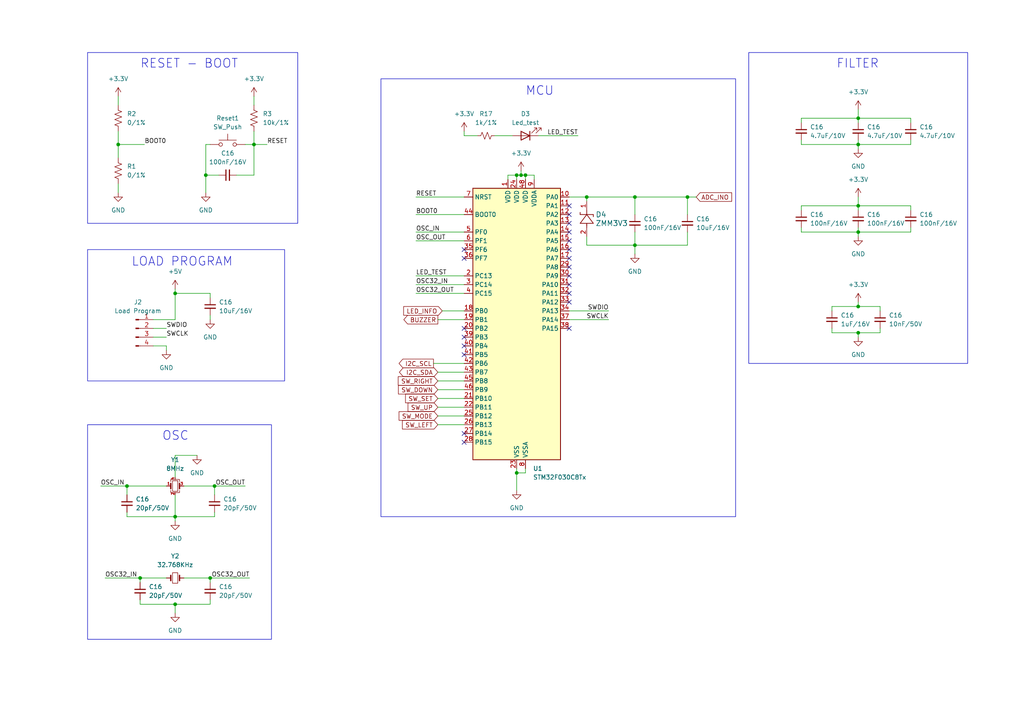
<source format=kicad_sch>
(kicad_sch (version 20230121) (generator eeschema)
  (paper "A4")
  (title_block (title "MCU") (date "2023-12-10"))
  (lib_symbols
    (symbol "Connector:Conn_01x04_Pin" (pin_names (offset 1.016) hide)
      (property "Reference" "J" (at 0 5.08 0))
      (property "Value" "Conn_01x04_Pin" (at 0 -7.62 0))
      (symbol "Conn_01x04_Pin_1_1"
        (polyline (pts (xy 1.27 -5.08) (xy 0.8636 -5.08)) (stroke (width 0.1524)))
        (polyline (pts (xy 1.27 -2.54) (xy 0.8636 -2.54)) (stroke (width 0.1524)))
        (polyline (pts (xy 1.27 0) (xy 0.8636 0)) (stroke (width 0.1524)))
        (polyline (pts (xy 1.27 2.54) (xy 0.8636 2.54)) (stroke (width 0.1524)))
        (rectangle (start 0.8636 -4.953) (end 0 -5.207) (stroke (width 0.1524)) (fill (type outline)))
        (rectangle (start 0.8636 -2.413) (end 0 -2.667) (stroke (width 0.1524)) (fill (type outline)))
        (rectangle (start 0.8636 0.127) (end 0 -0.127) (stroke (width 0.1524)) (fill (type outline)))
        (rectangle (start 0.8636 2.667) (end 0 2.413) (stroke (width 0.1524)) (fill (type outline)))
        (pin passive line (at 5.08 2.54 180) (length 3.81) (name "Pin_1") (number "1"))
        (pin passive line (at 5.08 0 180) (length 3.81) (name "Pin_2") (number "2"))
        (pin passive line (at 5.08 -2.54 180) (length 3.81) (name "Pin_3") (number "3"))
        (pin passive line (at 5.08 -5.08 180) (length 3.81) (name "Pin_4") (number "4"))
      )
    )
    (symbol "Device:C_Small" (pin_numbers hide) (pin_names (offset 0.254) hide)
      (property "Reference" "C" (at 0.254 1.778 0))
      (property "Value" "C_Small" (at 0.254 -2.032 0))
      (symbol "C_Small_0_1"
        (polyline (pts (xy -1.524 -0.508) (xy 1.524 -0.508)) (stroke (width 0.3302)))
        (polyline (pts (xy -1.524 0.508) (xy 1.524 0.508)) (stroke (width 0.3048)))
      )
      (symbol "C_Small_1_1"
        (pin passive line (at 0 2.54 270) (length 2.032) (name "~") (number "1"))
        (pin passive line (at 0 -2.54 90) (length 2.032) (name "~") (number "2"))
      )
    )
    (symbol "Device:Crystal_GND24_Small" (pin_names (offset 1.016) hide)
      (property "Reference" "Y" (at 1.27 4.445 0))
      (property "Value" "Crystal_GND24_Small" (at 1.27 2.54 0))
      (symbol "Crystal_GND24_Small_0_1"
        (rectangle (start -0.762 -1.524) (end 0.762 1.524))
        (polyline (pts (xy -1.27 -0.762) (xy -1.27 0.762)) (stroke (width 0.381)))
        (polyline (pts (xy 1.27 -0.762) (xy 1.27 0.762)) (stroke (width 0.381)))
        (polyline (pts (xy -1.27 -1.27) (xy -1.27 -1.905) (xy 1.27 -1.905) (xy 1.27 -1.27)))
        (polyline (pts (xy -1.27 1.27) (xy -1.27 1.905) (xy 1.27 1.905) (xy 1.27 1.27)))
      )
      (symbol "Crystal_GND24_Small_1_1"
        (pin passive line (at -2.54 0 0) (length 1.27) (name "1") (number "1"))
        (pin passive line (at 0 -2.54 90) (length 0.635) (name "2") (number "2"))
        (pin passive line (at 2.54 0 180) (length 1.27) (name "3") (number "3"))
        (pin passive line (at 0 2.54 270) (length 0.635) (name "4") (number "4"))
      )
    )
    (symbol "Device:Crystal_Small" (pin_numbers hide) (pin_names (offset 1.016) hide)
      (property "Reference" "Y" (at 0 2.54 0))
      (property "Value" "Crystal_Small" (at 0 -2.54 0))
      (symbol "Crystal_Small_0_1"
        (rectangle (start -0.762 -1.524) (end 0.762 1.524))
        (polyline (pts (xy -1.27 -0.762) (xy -1.27 0.762)) (stroke (width 0.381)))
        (polyline (pts (xy 1.27 -0.762) (xy 1.27 0.762)) (stroke (width 0.381)))
      )
      (symbol "Crystal_Small_1_1"
        (pin passive line (at -2.54 0 0) (length 1.27) (name "1") (number "1"))
        (pin passive line (at 2.54 0 180) (length 1.27) (name "2") (number "2"))
      )
    )
    (symbol "Device:LED" (pin_numbers hide) (pin_names (offset 1.016) hide)
      (property "Reference" "D" (at 0 2.54 0))
      (property "Value" "LED" (at 0 -2.54 0))
      (symbol "LED_0_1"
        (polyline (pts (xy -1.27 -1.27) (xy -1.27 1.27)) (stroke (width 0.254)))
        (polyline (pts (xy -1.27 0) (xy 1.27 0)))
        (polyline (pts (xy 1.27 -1.27) (xy 1.27 1.27) (xy -1.27 0) (xy 1.27 -1.27)) (stroke (width 0.254)))
        (polyline (pts (xy -3.048 -0.762) (xy -4.572 -2.286) (xy -3.81 -2.286) (xy -4.572 -2.286) (xy -4.572 -1.524)))
        (polyline (pts (xy -1.778 -0.762) (xy -3.302 -2.286) (xy -2.54 -2.286) (xy -3.302 -2.286) (xy -3.302 -1.524)))
      )
      (symbol "LED_1_1"
        (pin passive line (at -3.81 0 0) (length 2.54) (name "K") (number "1"))
        (pin passive line (at 3.81 0 180) (length 2.54) (name "A") (number "2"))
      )
    )
    (symbol "Device:R_Small_US" (pin_numbers hide) (pin_names (offset 0.254) hide)
      (property "Reference" "R" (at 0.762 0.508 0))
      (property "Value" "R_Small_US" (at 0.762 -1.016 0))
      (symbol "R_Small_US_1_1"
        (polyline (pts (xy 0 0) (xy 1.016 -0.381) (xy 0 -0.762) (xy -1.016 -1.143) (xy 0 -1.524)))
        (polyline (pts (xy 0 1.524) (xy 1.016 1.143) (xy 0 0.762) (xy -1.016 0.381) (xy 0 0)))
        (pin passive line (at 0 2.54 270) (length 1.016) (name "~") (number "1"))
        (pin passive line (at 0 -2.54 90) (length 1.016) (name "~") (number "2"))
      )
    )
    (symbol "Device:R_US" (pin_numbers hide) (pin_names (offset 0))
      (property "Reference" "R" (at 2.54 0 90))
      (property "Value" "R_US" (at -2.54 0 90))
      (symbol "R_US_0_1"
        (polyline (pts (xy 0 -2.286) (xy 0 -2.54)))
        (polyline (pts (xy 0 2.286) (xy 0 2.54)))
        (polyline (pts (xy 0 -0.762) (xy 1.016 -1.143) (xy 0 -1.524) (xy -1.016 -1.905) (xy 0 -2.286)))
        (polyline (pts (xy 0 0.762) (xy 1.016 0.381) (xy 0 0) (xy -1.016 -0.381) (xy 0 -0.762)))
        (polyline (pts (xy 0 2.286) (xy 1.016 1.905) (xy 0 1.524) (xy -1.016 1.143) (xy 0 0.762)))
      )
      (symbol "R_US_1_1"
        (pin passive line (at 0 3.81 270) (length 1.27) (name "~") (number "1"))
        (pin passive line (at 0 -3.81 90) (length 1.27) (name "~") (number "2"))
      )
    )
    (symbol "MCU_ST_STM32F0:STM32F030C8Tx"
      (property "Reference" "U" (at -12.7 41.91 0))
      (property "Value" "STM32F030C8Tx" (at 7.62 41.91 0))
      (symbol "STM32F030C8Tx_0_1"
        (rectangle (start -12.7 -38.1) (end 12.7 40.64) (stroke (width 0.254)) (fill (type background)))
      )
      (symbol "STM32F030C8Tx_1_1"
        (pin power_in line (at -2.54 43.18 270) (length 2.54) (name "VDD") (number "1"))
        (pin bidirectional line (at 15.24 38.1 180) (length 2.54) (name "PA0") (number "10"))
        (pin bidirectional line (at 15.24 35.56 180) (length 2.54) (name "PA1") (number "11"))
        (pin bidirectional line (at 15.24 33.02 180) (length 2.54) (name "PA2") (number "12"))
        (pin bidirectional line (at 15.24 30.48 180) (length 2.54) (name "PA3") (number "13"))
        (pin bidirectional line (at 15.24 27.94 180) (length 2.54) (name "PA4") (number "14"))
        (pin bidirectional line (at 15.24 25.4 180) (length 2.54) (name "PA5") (number "15"))
        (pin bidirectional line (at 15.24 22.86 180) (length 2.54) (name "PA6") (number "16"))
        (pin bidirectional line (at 15.24 20.32 180) (length 2.54) (name "PA7") (number "17"))
        (pin bidirectional line (at -15.24 5.08 0) (length 2.54) (name "PB0") (number "18"))
        (pin bidirectional line (at -15.24 2.54 0) (length 2.54) (name "PB1") (number "19"))
        (pin bidirectional line (at -15.24 15.24 0) (length 2.54) (name "PC13") (number "2"))
        (pin bidirectional line (at -15.24 0 0) (length 2.54) (name "PB2") (number "20"))
        (pin bidirectional line (at -15.24 -20.32 0) (length 2.54) (name "PB10") (number "21"))
        (pin bidirectional line (at -15.24 -22.86 0) (length 2.54) (name "PB11") (number "22"))
        (pin power_in line (at 0 -40.64 90) (length 2.54) (name "VSS") (number "23"))
        (pin power_in line (at 0 43.18 270) (length 2.54) (name "VDD") (number "24"))
        (pin bidirectional line (at -15.24 -25.4 0) (length 2.54) (name "PB12") (number "25"))
        (pin bidirectional line (at -15.24 -27.94 0) (length 2.54) (name "PB13") (number "26"))
        (pin bidirectional line (at -15.24 -30.48 0) (length 2.54) (name "PB14") (number "27"))
        (pin bidirectional line (at -15.24 -33.02 0) (length 2.54) (name "PB15") (number "28"))
        (pin bidirectional line (at 15.24 17.78 180) (length 2.54) (name "PA8") (number "29"))
        (pin bidirectional line (at -15.24 12.7 0) (length 2.54) (name "PC14") (number "3"))
        (pin bidirectional line (at 15.24 15.24 180) (length 2.54) (name "PA9") (number "30"))
        (pin bidirectional line (at 15.24 12.7 180) (length 2.54) (name "PA10") (number "31"))
        (pin bidirectional line (at 15.24 10.16 180) (length 2.54) (name "PA11") (number "32"))
        (pin bidirectional line (at 15.24 7.62 180) (length 2.54) (name "PA12") (number "33"))
        (pin bidirectional line (at 15.24 5.08 180) (length 2.54) (name "PA13") (number "34"))
        (pin bidirectional line (at -15.24 22.86 0) (length 2.54) (name "PF6") (number "35"))
        (pin bidirectional line (at -15.24 20.32 0) (length 2.54) (name "PF7") (number "36"))
        (pin bidirectional line (at 15.24 2.54 180) (length 2.54) (name "PA14") (number "37"))
        (pin bidirectional line (at 15.24 0 180) (length 2.54) (name "PA15") (number "38"))
        (pin bidirectional line (at -15.24 -2.54 0) (length 2.54) (name "PB3") (number "39"))
        (pin bidirectional line (at -15.24 10.16 0) (length 2.54) (name "PC15") (number "4"))
        (pin bidirectional line (at -15.24 -5.08 0) (length 2.54) (name "PB4") (number "40"))
        (pin bidirectional line (at -15.24 -7.62 0) (length 2.54) (name "PB5") (number "41"))
        (pin bidirectional line (at -15.24 -10.16 0) (length 2.54) (name "PB6") (number "42"))
        (pin bidirectional line (at -15.24 -12.7 0) (length 2.54) (name "PB7") (number "43"))
        (pin input line (at -15.24 33.02 0) (length 2.54) (name "BOOT0") (number "44"))
        (pin bidirectional line (at -15.24 -15.24 0) (length 2.54) (name "PB8") (number "45"))
        (pin bidirectional line (at -15.24 -17.78 0) (length 2.54) (name "PB9") (number "46"))
        (pin passive line (at 0 -40.64 90) (length 2.54) hide (name "VSS") (number "47"))
        (pin power_in line (at 2.54 43.18 270) (length 2.54) (name "VDD") (number "48"))
        (pin bidirectional line (at -15.24 27.94 0) (length 2.54) (name "PF0") (number "5"))
        (pin bidirectional line (at -15.24 25.4 0) (length 2.54) (name "PF1") (number "6"))
        (pin input line (at -15.24 38.1 0) (length 2.54) (name "NRST") (number "7"))
        (pin power_in line (at 2.54 -40.64 90) (length 2.54) (name "VSSA") (number "8"))
        (pin power_in line (at 5.08 43.18 270) (length 2.54) (name "VDDA") (number "9"))
      )
    )
    (symbol "Switch:SW_Push" (pin_numbers hide) (pin_names (offset 1.016) hide)
      (property "Reference" "SW" (at 1.27 2.54 0))
      (property "Value" "SW_Push" (at 0 -1.524 0))
      (symbol "SW_Push_0_1"
        (circle (center -2.032 0) (radius 0.508))
        (polyline (pts (xy 0 1.27) (xy 0 3.048)))
        (polyline (pts (xy 2.54 1.27) (xy -2.54 1.27)))
        (circle (center 2.032 0) (radius 0.508))
        (pin passive line (at -5.08 0 0) (length 2.54) (name "1") (number "1"))
        (pin passive line (at 5.08 0 180) (length 2.54) (name "2") (number "2"))
      )
    )
    (symbol "ZMM3V9_3V3:ZMM3V9" (pin_names (offset 0.254))
      (property "Reference" "D" (at 5.08 4.445 0))
      (property "Value" "ZMM3VX" (at 5.08 -3.81 0))
      (symbol "ZMM3V9_0_1"
        (polyline (pts (xy 2.54 0) (xy 3.4798 0)) (stroke (width 0.2032)))
        (polyline (pts (xy 3.175 0) (xy 3.81 0)) (stroke (width 0.2032)))
        (polyline (pts (xy 3.81 -1.905) (xy 6.35 0)) (stroke (width 0.2032)))
        (polyline (pts (xy 3.81 1.905) (xy 3.81 -1.905)) (stroke (width 0.2032)))
        (polyline (pts (xy 6.35 -1.905) (xy 5.715 -1.905)) (stroke (width 0.2032)))
        (polyline (pts (xy 6.35 -1.905) (xy 6.35 1.905)) (stroke (width 0.2032)))
        (polyline (pts (xy 6.35 0) (xy 3.81 1.905)) (stroke (width 0.2032)))
        (polyline (pts (xy 6.35 0) (xy 7.62 0)) (stroke (width 0.2032)))
        (polyline (pts (xy 6.35 1.905) (xy 6.985 1.905)) (stroke (width 0.2032)))
        (pin unspecified line (at 10.16 0 180) (length 2.54) (name "") (number "1"))
        (pin unspecified line (at 0 0 0) (length 2.54) (name "") (number "2"))
      )
    )
    (symbol "power:+3.3V" (power) (pin_names (offset 0))
      (property "Value" "+3.3V" (at 0 3.556 0))
      (symbol "+3.3V_0_1"
        (polyline (pts (xy -0.762 1.27) (xy 0 2.54)))
        (polyline (pts (xy 0 0) (xy 0 2.54)))
        (polyline (pts (xy 0 2.54) (xy 0.762 1.27)))
      )
      (symbol "+3.3V_1_1"
        (pin power_in line (at 0 0 90) (length 0) hide (name "+3.3V") (number "1"))
      )
    )
    (symbol "power:+5V" (power) (pin_names (offset 0))
      (property "Value" "+5V" (at 0 3.556 0))
      (symbol "+5V_0_1"
        (polyline (pts (xy -0.762 1.27) (xy 0 2.54)))
        (polyline (pts (xy 0 0) (xy 0 2.54)))
        (polyline (pts (xy 0 2.54) (xy 0.762 1.27)))
      )
      (symbol "+5V_1_1"
        (pin power_in line (at 0 0 90) (length 0) hide (name "+5V") (number "1"))
      )
    )
    (symbol "power:GND" (power) (pin_names (offset 0))
      (property "Value" "GND" (at 0 -3.81 0))
      (symbol "GND_0_1"
        (polyline (pts (xy 0 0) (xy 0 -1.27) (xy 1.27 -1.27) (xy 0 -2.54) (xy -1.27 -1.27) (xy 0 -1.27)))
      )
      (symbol "GND_1_1"
        (pin power_in line (at 0 0 270) (length 0) hide (name "GND") (number "1"))
      )
    )
  )
  (junction (at 59.69 50.8))
  (junction (at 50.8 175.26))
  (junction (at 73.66 41.91))
  (junction (at 184.15 71.12))
  (junction (at 248.92 67.31))
  (junction (at 199.39 57.15))
  (junction (at 60.96 167.64))
  (junction (at 248.92 59.69))
  (junction (at 248.92 88.9))
  (junction (at 50.8 149.86))
  (junction (at 152.4 50.8))
  (junction (at 149.86 137.16))
  (junction (at 40.64 167.64))
  (junction (at 34.29 41.91))
  (junction (at 62.23 140.97))
  (junction (at 36.83 140.97))
  (junction (at 248.92 96.52))
  (junction (at 248.92 41.91))
  (junction (at 248.92 34.29))
  (junction (at 170.18 57.15))
  (junction (at 151.13 50.8))
  (junction (at 50.8 85.09))
  (junction (at 149.86 50.8))
  (junction (at 184.15 57.15))
  (no_connect (at 165.1 95.25))
  (no_connect (at 134.62 95.25))
  (no_connect (at 134.62 125.73))
  (no_connect (at 165.1 64.77))
  (no_connect (at 134.62 97.79))
  (no_connect (at 165.1 74.93))
  (no_connect (at 165.1 62.23))
  (no_connect (at 165.1 80.01))
  (no_connect (at 134.62 74.93))
  (no_connect (at 165.1 59.69))
  (no_connect (at 134.62 100.33))
  (no_connect (at 134.62 102.87))
  (no_connect (at 165.1 82.55))
  (no_connect (at 165.1 72.39))
  (no_connect (at 165.1 85.09))
  (no_connect (at 165.1 77.47))
  (no_connect (at 134.62 72.39))
  (no_connect (at 165.1 67.31))
  (no_connect (at 165.1 69.85))
  (no_connect (at 134.62 128.27))
  (no_connect (at 165.1 87.63))
  (wire (pts (xy 48.26 100.33) (xy 44.45 100.33)))
  (wire (pts (xy 248.92 87.63) (xy 248.92 88.9)))
  (wire (pts (xy 127 118.11) (xy 134.62 118.11)))
  (wire (pts (xy 134.62 39.37) (xy 138.43 39.37)))
  (wire (pts (xy 120.65 67.31) (xy 134.62 67.31)))
  (wire (pts (xy 60.96 167.64) (xy 60.96 168.91)))
  (wire (pts (xy 73.66 27.94) (xy 73.66 30.48)))
  (wire (pts (xy 127 113.03) (xy 134.62 113.03)))
  (wire (pts (xy 34.29 41.91) (xy 34.29 45.72)))
  (wire (pts (xy 120.65 57.15) (xy 134.62 57.15)))
  (wire (pts (xy 73.66 41.91) (xy 77.47 41.91)))
  (wire (pts (xy 60.96 86.36) (xy 60.96 85.09)))
  (wire (pts (xy 248.92 41.91) (xy 248.92 43.18)))
  (wire (pts (xy 50.8 143.51) (xy 50.8 149.86)))
  (wire (pts (xy 248.92 67.31) (xy 248.92 68.58)))
  (wire (pts (xy 36.83 148.59) (xy 36.83 149.86)))
  (wire (pts (xy 73.66 50.8) (xy 73.66 41.91)))
  (wire (pts (xy 248.92 31.75) (xy 248.92 34.29)))
  (wire (pts (xy 50.8 175.26) (xy 60.96 175.26)))
  (wire (pts (xy 232.41 66.04) (xy 232.41 67.31)))
  (wire (pts (xy 241.3 95.25) (xy 241.3 96.52)))
  (wire (pts (xy 184.15 67.31) (xy 184.15 71.12)))
  (wire (pts (xy 232.41 67.31) (xy 248.92 67.31)))
  (wire (pts (xy 127 115.57) (xy 134.62 115.57)))
  (wire (pts (xy 184.15 57.15) (xy 199.39 57.15)))
  (wire (pts (xy 120.65 69.85) (xy 134.62 69.85)))
  (wire (pts (xy 248.92 96.52) (xy 248.92 97.79)))
  (wire (pts (xy 264.16 34.29) (xy 264.16 35.56)))
  (wire (pts (xy 60.96 175.26) (xy 60.96 173.99)))
  (wire (pts (xy 40.64 173.99) (xy 40.64 175.26)))
  (wire (pts (xy 68.58 50.8) (xy 73.66 50.8)))
  (wire (pts (xy 241.3 88.9) (xy 248.92 88.9)))
  (wire (pts (xy 232.41 35.56) (xy 232.41 34.29)))
  (wire (pts (xy 50.8 83.82) (xy 50.8 85.09)))
  (wire (pts (xy 34.29 27.94) (xy 34.29 30.48)))
  (wire (pts (xy 149.86 50.8) (xy 149.86 52.07)))
  (wire (pts (xy 255.27 95.25) (xy 255.27 96.52)))
  (wire (pts (xy 248.92 59.69) (xy 248.92 60.96)))
  (wire (pts (xy 120.65 82.55) (xy 134.62 82.55)))
  (wire (pts (xy 147.32 52.07) (xy 147.32 50.8)))
  (wire (pts (xy 232.41 34.29) (xy 248.92 34.29)))
  (wire (pts (xy 152.4 137.16) (xy 149.86 137.16)))
  (wire (pts (xy 128.27 90.17) (xy 134.62 90.17)))
  (wire (pts (xy 149.86 50.8) (xy 151.13 50.8)))
  (wire (pts (xy 170.18 71.12) (xy 184.15 71.12)))
  (wire (pts (xy 184.15 71.12) (xy 199.39 71.12)))
  (wire (pts (xy 62.23 140.97) (xy 62.23 143.51)))
  (wire (pts (xy 248.92 96.52) (xy 255.27 96.52)))
  (wire (pts (xy 147.32 50.8) (xy 149.86 50.8)))
  (wire (pts (xy 248.92 57.15) (xy 248.92 59.69)))
  (wire (pts (xy 50.8 138.43) (xy 50.8 132.08)))
  (wire (pts (xy 30.48 167.64) (xy 40.64 167.64)))
  (wire (pts (xy 165.1 57.15) (xy 170.18 57.15)))
  (wire (pts (xy 127 92.71) (xy 134.62 92.71)))
  (wire (pts (xy 120.65 85.09) (xy 134.62 85.09)))
  (wire (pts (xy 71.12 41.91) (xy 73.66 41.91)))
  (wire (pts (xy 241.3 90.17) (xy 241.3 88.9)))
  (wire (pts (xy 127 110.49) (xy 134.62 110.49)))
  (wire (pts (xy 151.13 49.53) (xy 151.13 50.8)))
  (wire (pts (xy 232.41 59.69) (xy 248.92 59.69)))
  (wire (pts (xy 44.45 95.25) (xy 48.26 95.25)))
  (wire (pts (xy 170.18 57.15) (xy 184.15 57.15)))
  (wire (pts (xy 59.69 50.8) (xy 59.69 41.91)))
  (wire (pts (xy 199.39 67.31) (xy 199.39 71.12)))
  (wire (pts (xy 248.92 34.29) (xy 264.16 34.29)))
  (wire (pts (xy 199.39 57.15) (xy 199.39 62.23)))
  (wire (pts (xy 184.15 57.15) (xy 184.15 62.23)))
  (wire (pts (xy 40.64 175.26) (xy 50.8 175.26)))
  (wire (pts (xy 50.8 85.09) (xy 60.96 85.09)))
  (wire (pts (xy 232.41 41.91) (xy 248.92 41.91)))
  (wire (pts (xy 48.26 101.6) (xy 48.26 100.33)))
  (wire (pts (xy 248.92 34.29) (xy 248.92 35.56)))
  (wire (pts (xy 120.65 80.01) (xy 134.62 80.01)))
  (wire (pts (xy 53.34 167.64) (xy 60.96 167.64)))
  (wire (pts (xy 29.21 140.97) (xy 36.83 140.97)))
  (wire (pts (xy 62.23 149.86) (xy 50.8 149.86)))
  (wire (pts (xy 165.1 92.71) (xy 176.53 92.71)))
  (wire (pts (xy 151.13 50.8) (xy 152.4 50.8)))
  (wire (pts (xy 232.41 60.96) (xy 232.41 59.69)))
  (wire (pts (xy 170.18 68.58) (xy 170.18 71.12)))
  (wire (pts (xy 59.69 55.88) (xy 59.69 50.8)))
  (wire (pts (xy 149.86 135.89) (xy 149.86 137.16)))
  (wire (pts (xy 184.15 71.12) (xy 184.15 73.66)))
  (wire (pts (xy 50.8 149.86) (xy 50.8 151.13)))
  (wire (pts (xy 152.4 50.8) (xy 152.4 52.07)))
  (wire (pts (xy 152.4 135.89) (xy 152.4 137.16)))
  (wire (pts (xy 44.45 97.79) (xy 48.26 97.79)))
  (wire (pts (xy 50.8 132.08) (xy 57.15 132.08)))
  (wire (pts (xy 40.64 168.91) (xy 40.64 167.64)))
  (wire (pts (xy 34.29 38.1) (xy 34.29 41.91)))
  (wire (pts (xy 127 120.65) (xy 134.62 120.65)))
  (wire (pts (xy 167.64 39.37) (xy 156.21 39.37)))
  (wire (pts (xy 120.65 62.23) (xy 134.62 62.23)))
  (wire (pts (xy 60.96 91.44) (xy 60.96 92.71)))
  (wire (pts (xy 152.4 50.8) (xy 154.94 50.8)))
  (wire (pts (xy 248.92 66.04) (xy 248.92 67.31)))
  (wire (pts (xy 50.8 85.09) (xy 50.8 92.71)))
  (wire (pts (xy 264.16 41.91) (xy 264.16 40.64)))
  (wire (pts (xy 40.64 167.64) (xy 48.26 167.64)))
  (wire (pts (xy 71.12 140.97) (xy 62.23 140.97)))
  (wire (pts (xy 264.16 59.69) (xy 264.16 60.96)))
  (wire (pts (xy 248.92 88.9) (xy 255.27 88.9)))
  (wire (pts (xy 59.69 50.8) (xy 63.5 50.8)))
  (wire (pts (xy 149.86 137.16) (xy 149.86 142.24)))
  (wire (pts (xy 241.3 96.52) (xy 248.92 96.52)))
  (wire (pts (xy 248.92 59.69) (xy 264.16 59.69)))
  (wire (pts (xy 73.66 38.1) (xy 73.66 41.91)))
  (wire (pts (xy 248.92 40.64) (xy 248.92 41.91)))
  (wire (pts (xy 125.73 105.41) (xy 134.62 105.41)))
  (wire (pts (xy 36.83 149.86) (xy 50.8 149.86)))
  (wire (pts (xy 154.94 50.8) (xy 154.94 52.07)))
  (wire (pts (xy 143.51 39.37) (xy 148.59 39.37)))
  (wire (pts (xy 134.62 38.1) (xy 134.62 39.37)))
  (wire (pts (xy 36.83 143.51) (xy 36.83 140.97)))
  (wire (pts (xy 34.29 53.34) (xy 34.29 55.88)))
  (wire (pts (xy 248.92 67.31) (xy 264.16 67.31)))
  (wire (pts (xy 170.18 58.42) (xy 170.18 57.15)))
  (wire (pts (xy 127 123.19) (xy 134.62 123.19)))
  (wire (pts (xy 264.16 67.31) (xy 264.16 66.04)))
  (wire (pts (xy 199.39 57.15) (xy 201.93 57.15)))
  (wire (pts (xy 72.39 167.64) (xy 60.96 167.64)))
  (wire (pts (xy 36.83 140.97) (xy 48.26 140.97)))
  (wire (pts (xy 50.8 175.26) (xy 50.8 177.8)))
  (wire (pts (xy 53.34 140.97) (xy 62.23 140.97)))
  (wire (pts (xy 248.92 41.91) (xy 264.16 41.91)))
  (wire (pts (xy 59.69 41.91) (xy 60.96 41.91)))
  (wire (pts (xy 127 107.95) (xy 134.62 107.95)))
  (wire (pts (xy 50.8 92.71) (xy 44.45 92.71)))
  (wire (pts (xy 62.23 148.59) (xy 62.23 149.86)))
  (wire (pts (xy 165.1 90.17) (xy 176.53 90.17)))
  (wire (pts (xy 232.41 40.64) (xy 232.41 41.91)))
  (wire (pts (xy 34.29 41.91) (xy 41.91 41.91)))
  (wire (pts (xy 255.27 88.9) (xy 255.27 90.17)))
  (rectangle (start 25.4 123.19) (end 78.74 185.42))
  (rectangle (start 110.49 22.86) (end 213.36 149.86))
  (rectangle (start 25.4 72.39) (end 82.55 110.49))
  (rectangle (start 217.17 15.24) (end 280.67 105.41))
  (rectangle (start 25.4 15.24) (end 86.36 64.77))
  (text "RESET - BOOT\n\n" (at 40.64 24.13 0) (effects (font (size 2.54 2.54)) (justify left bottom)))
  (text "FILTER\n\n" (at 242.57 24.13 0) (effects (font (size 2.54 2.54)) (justify left bottom)))
  (text "MCU\n" (at 152.4 27.94 0) (effects (font (size 2.54 2.54)) (justify left bottom)))
  (text "LOAD PROGRAM" (at 38.1 77.47 0) (effects (font (size 2.54 2.54)) (justify left bottom)))
  (text "OSC\n\n" (at 46.99 132.08 0) (effects (font (size 2.54 2.54)) (justify left bottom)))
  (label "LED_TEST" (at 167.64 39.37 180))
  (label "OSC32_OUT" (at 120.65 85.09 0))
  (label "OSC_OUT" (at 71.12 140.97 180))
  (label "SWCLK" (at 176.53 92.71 180))
  (label "BOOT0" (at 41.91 41.91 0))
  (label "RESET" (at 120.65 57.15 0))
  (label "RESET" (at 77.47 41.91 0))
  (label "BOOT0" (at 120.65 62.23 0))
  (label "SWCLK" (at 48.26 97.79 0))
  (label "OSC_OUT" (at 120.65 69.85 0))
  (label "SWDIO" (at 176.53 90.17 180))
  (label "OSC32_IN" (at 30.48 167.64 0))
  (label "SWDIO" (at 48.26 95.25 0))
  (label "OSC32_OUT" (at 72.39 167.64 180))
  (label "OSC_IN" (at 29.21 140.97 0))
  (label "OSC_IN" (at 120.65 67.31 0))
  (label "LED_TEST" (at 120.65 80.01 0))
  (label "OSC32_IN" (at 120.65 82.55 0))
  (global_label "I2C_SCL" (shape output) (at 125.73 105.41 180) (property "Intersheetrefs" "${INTERSHEET_REFS}" (effects hide)))
  (global_label "I2C_SDA" (shape bidirectional) (at 127 107.95 180) (property "Intersheetrefs" "${INTERSHEET_REFS}" (effects hide)))
  (global_label "BUZZER" (shape output) (at 127 92.71 180) (property "Intersheetrefs" "${INTERSHEET_REFS}" (effects hide)))
  (global_label "LED_INFO" (shape input) (at 128.27 90.17 180) (property "Intersheetrefs" "${INTERSHEET_REFS}" (effects hide)))
  (global_label "SW_MODE" (shape input) (at 127 120.65 180) (property "Intersheetrefs" "${INTERSHEET_REFS}" (effects hide)))
  (global_label "SW_SET" (shape input) (at 127 115.57 180) (property "Intersheetrefs" "${INTERSHEET_REFS}" (effects hide)))
  (global_label "ADC_INO" (shape input) (at 201.93 57.15 0) (property "Intersheetrefs" "${INTERSHEET_REFS}" (effects hide)))
  (global_label "SW_DOWN" (shape input) (at 127 113.03 180) (property "Intersheetrefs" "${INTERSHEET_REFS}" (effects hide)))
  (global_label "SW_RIGHT" (shape input) (at 127 110.49 180) (property "Intersheetrefs" "${INTERSHEET_REFS}" (effects hide)))
  (global_label "SW_UP" (shape input) (at 127 118.11 180) (property "Intersheetrefs" "${INTERSHEET_REFS}" (effects hide)))
  (global_label "SW_LEFT" (shape input) (at 127 123.19 180) (property "Intersheetrefs" "${INTERSHEET_REFS}" (effects hide)))
  (symbol (lib_id "Device:C_Small") (at 248.92 38.1 0) (unit 1)
    (property "Reference" "C16" (at 251.46 36.8363 0) (effects (justify left)))
    (property "Value" "4.7uF/10V" (at 251.46 39.3763 0) (effects (justify left)))
    (property "Footprint" "Capacitor_SMD:C_0603_1608Metric_Pad1.08x0.95mm_HandSolder" (effects hide))
    (property "URL" "https://www.thegioiic.com/tu-gom-0603-4-7uf-10v" (effects hide))
    (instances (project "Brightness_Meter" (path "" (reference "C16") (unit 1)) (path "" (reference "C20") (unit 1))))
  )
  (symbol (lib_id "Device:R_Small_US") (at 140.97 39.37 90) (unit 1)
    (property "Reference" "R17" (at 140.97 33.02 90))
    (property "Value" "1k/1%" (at 140.97 35.56 90))
    (property "Footprint" "Resistor_SMD:R_0603_1608Metric_Pad0.98x0.95mm_HandSolder" (effects hide))
    (property "URL" "https://www.thegioiic.com/dien-tro-1-kohm-0603-1-" (effects hide))
    (instances (project "Brightness_Meter" (path "" (reference "R17") (unit 1)) (path "" (reference "R20") (unit 1))))
  )
  (symbol (lib_id "Connector:Conn_01x04_Pin") (at 39.37 95.25 0) (unit 1)
    (property "Reference" "J2" (at 40.005 87.63 0))
    (property "Value" "Load Program" (at 40.005 90.17 0))
    (property "Footprint" "Connector_PinHeader_2.54mm:PinHeader_1x04_P2.54mm_Vertical" (effects hide))
  )
  (symbol (lib_id "power:+3.3V") (at 151.13 49.53 0) (unit 1)
    (property "Reference" "#PWR045" (effects hide))
    (property "Value" "+3.3V" (at 151.13 44.45 0))
  )
  (symbol (lib_id "power:GND") (at 57.15 132.08 0) (unit 1)
    (property "Reference" "#PWR038" (effects hide))
    (property "Value" "GND" (at 57.15 137.16 0))
  )
  (symbol (lib_id "power:GND") (at 248.92 97.79 0) (unit 1)
    (property "Reference" "#PWR041" (effects hide))
    (property "Value" "GND" (at 248.92 102.87 0))
  )
  (symbol (lib_id "Device:C_Small") (at 60.96 171.45 0) (unit 1)
    (property "Reference" "C16" (at 63.5 170.1863 0) (effects (justify left)))
    (property "Value" "20pF/50V" (at 63.5 172.7263 0) (effects (justify left)))
    (property "Footprint" "Capacitor_SMD:C_0603_1608Metric_Pad1.08x0.95mm_HandSolder" (effects hide))
    (property "URL" "https://www.thegioiic.com/tu-gom-0603-20pf-50v" (effects hide))
    (instances (project "Brightness_Meter" (path "" (reference "C16") (unit 1)) (path "" (reference "C29") (unit 1))))
  )
  (symbol (lib_id "power:+5V") (at 50.8 83.82 0) (unit 1)
    (property "Reference" "#PWR046" (effects hide))
    (property "Value" "+5V" (at 50.8 78.74 0))
  )
  (symbol (lib_id "Device:C_Small") (at 232.41 38.1 0) (unit 1)
    (property "Reference" "C16" (at 234.95 36.8363 0) (effects (justify left)))
    (property "Value" "4.7uF/10V" (at 234.95 39.3763 0) (effects (justify left)))
    (property "Footprint" "Capacitor_SMD:C_0603_1608Metric_Pad1.08x0.95mm_HandSolder" (effects hide))
    (property "URL" "https://www.thegioiic.com/tu-gom-0603-4-7uf-10v" (effects hide))
    (instances (project "Brightness_Meter" (path "" (reference "C16") (unit 1)) (path "" (reference "C18") (unit 1))))
  )
  (symbol (lib_id "Device:R_US") (at 34.29 34.29 0) (unit 1)
    (property "Reference" "R2" (at 36.83 33.02 0) (effects (justify left)))
    (property "Value" "0/1%" (at 36.83 35.56 0) (effects (justify left)))
    (property "Footprint" "Resistor_SMD:R_0603_1608Metric_Pad0.98x0.95mm_HandSolder" (effects hide))
    (property "URL" "https://www.thegioiic.com/dien-tro-0-ohm-0603-1-" (effects hide))
  )
  (symbol (lib_id "Device:C_Small") (at 264.16 38.1 0) (unit 1)
    (property "Reference" "C16" (at 266.7 36.8363 0) (effects (justify left)))
    (property "Value" "4.7uF/10V" (at 266.7 39.3763 0) (effects (justify left)))
    (property "Footprint" "Capacitor_SMD:C_0603_1608Metric_Pad1.08x0.95mm_HandSolder" (effects hide))
    (property "URL" "https://www.thegioiic.com/tu-gom-0603-4-7uf-10v" (effects hide))
    (instances (project "Brightness_Meter" (path "" (reference "C16") (unit 1)) (path "" (reference "C22") (unit 1))))
  )
  (symbol (lib_id "power:GND") (at 184.15 73.66 0) (unit 1)
    (property "Reference" "#PWR066" (effects hide))
    (property "Value" "GND" (at 184.15 78.74 0))
  )
  (symbol (lib_id "Device:C_Small") (at 248.92 63.5 0) (unit 1)
    (property "Reference" "C16" (at 251.46 62.2363 0) (effects (justify left)))
    (property "Value" "100nF/16V" (at 251.46 64.7763 0) (effects (justify left)))
    (property "Footprint" "Capacitor_SMD:C_0603_1608Metric_Pad1.08x0.95mm_HandSolder" (effects hide))
    (property "URL" "https://www.thegioiic.com/tu-gom-0603-100nf-0-1uf-16v" (effects hide))
    (instances (project "Brightness_Meter" (path "" (reference "C16") (unit 1)) (path "" (reference "C21") (unit 1))))
  )
  (symbol (lib_id "MCU_ST_STM32F0:STM32F030C8Tx") (at 149.86 95.25 0) (unit 1)
    (property "Reference" "U1" (at 154.5941 135.89 0) (effects (justify left)))
    (property "Value" "STM32F030C8Tx" (at 154.5941 138.43 0) (effects (justify left)))
    (property "Footprint" "Package_QFP:LQFP-48_7x7mm_P0.5mm" (effects hide))
    (property "Datasheet" "https://www.st.com/resource/en/datasheet/stm32f030c8.pdf" (effects hide))
  )
  (symbol (lib_id "power:+3.3V") (at 248.92 57.15 0) (unit 1)
    (property "Reference" "#PWR042" (effects hide))
    (property "Value" "+3.3V" (at 248.92 52.07 0))
  )
  (symbol (lib_id "Device:C_Small") (at 232.41 63.5 0) (unit 1)
    (property "Reference" "C16" (at 234.95 62.2363 0) (effects (justify left)))
    (property "Value" "100nF/16V" (at 234.95 64.7763 0) (effects (justify left)))
    (property "Footprint" "Capacitor_SMD:C_0603_1608Metric_Pad1.08x0.95mm_HandSolder" (effects hide))
    (property "URL" "https://www.thegioiic.com/tu-gom-0603-100nf-0-1uf-16v" (effects hide))
    (instances (project "Brightness_Meter" (path "" (reference "C16") (unit 1)) (path "" (reference "C19") (unit 1))))
  )
  (symbol (lib_id "Device:C_Small") (at 264.16 63.5 0) (unit 1)
    (property "Reference" "C16" (at 266.7 62.2363 0) (effects (justify left)))
    (property "Value" "100nF/16V" (at 266.7 64.7763 0) (effects (justify left)))
    (property "Footprint" "Capacitor_SMD:C_0603_1608Metric_Pad1.08x0.95mm_HandSolder" (effects hide))
    (property "URL" "https://www.thegioiic.com/tu-gom-0603-100nf-0-1uf-16v" (effects hide))
    (instances (project "Brightness_Meter" (path "" (reference "C16") (unit 1)) (path "" (reference "C23") (unit 1))))
  )
  (symbol (lib_id "power:+3.3V") (at 73.66 27.94 0) (unit 1)
    (property "Reference" "#PWR08" (effects hide))
    (property "Value" "+3.3V" (at 73.66 22.86 0))
  )
  (symbol (lib_id "Device:R_US") (at 34.29 49.53 0) (unit 1)
    (property "Reference" "R1" (at 36.83 48.26 0) (effects (justify left)))
    (property "Value" "0/1%" (at 36.83 50.8 0) (effects (justify left)))
    (property "Footprint" "Resistor_SMD:R_0603_1608Metric_Pad0.98x0.95mm_HandSolder" (effects hide))
    (property "URL" "https://www.thegioiic.com/dien-tro-0-ohm-0603-1-" (effects hide))
  )
  (symbol (lib_id "Device:C_Small") (at 241.3 92.71 0) (unit 1)
    (property "Reference" "C16" (at 243.84 91.4463 0) (effects (justify left)))
    (property "Value" "1uF/16V" (at 243.84 93.9863 0) (effects (justify left)))
    (property "Footprint" "Capacitor_SMD:C_0603_1608Metric_Pad1.08x0.95mm_HandSolder" (effects hide))
    (property "URL" "https://www.thegioiic.com/tu-gom-0603-1uf-16v" (effects hide))
    (instances (project "Brightness_Meter" (path "" (reference "C16") (unit 1)) (path "" (reference "C24") (unit 1))))
  )
  (symbol (lib_id "power:GND") (at 34.29 55.88 0) (unit 1)
    (property "Reference" "#PWR07" (effects hide))
    (property "Value" "GND" (at 34.29 60.96 0))
  )
  (symbol (lib_id "Device:Crystal_Small") (at 50.8 167.64 0) (unit 1)
    (property "Reference" "Y2" (at 50.8 161.29 0))
    (property "Value" "32.768KHz" (at 50.8 163.83 0))
    (property "Footprint" "Crystal:Crystal_SMD_3215-2Pin_3.2x1.5mm" (effects hide))
    (property "URL" "https://www.thegioiic.com/thach-anh-32-768khz-c3215" (effects hide))
  )
  (symbol (lib_id "power:+3.3V") (at 248.92 87.63 0) (unit 1)
    (property "Reference" "#PWR040" (effects hide))
    (property "Value" "+3.3V" (at 248.92 82.55 0))
  )
  (symbol (lib_id "power:+3.3V") (at 248.92 31.75 0) (unit 1)
    (property "Reference" "#PWR039" (effects hide))
    (property "Value" "+3.3V" (at 248.92 26.67 0))
  )
  (symbol (lib_id "Device:C_Small") (at 184.15 64.77 0) (unit 1)
    (property "Reference" "C16" (at 186.69 63.5063 0) (effects (justify left)))
    (property "Value" "100nF/16V" (at 186.69 66.0463 0) (effects (justify left)))
    (property "Footprint" "Capacitor_SMD:C_0603_1608Metric_Pad1.08x0.95mm_HandSolder" (effects hide))
    (property "URL" "https://www.thegioiic.com/tu-gom-0603-100nf-0-1uf-16v" (effects hide))
    (instances (project "Brightness_Meter" (path "" (reference "C16") (unit 1)) (path "" (reference "C52") (unit 1))))
  )
  (symbol (lib_id "Device:C_Small") (at 62.23 146.05 0) (unit 1)
    (property "Reference" "C16" (at 64.77 144.7863 0) (effects (justify left)))
    (property "Value" "20pF/50V" (at 64.77 147.3263 0) (effects (justify left)))
    (property "Footprint" "Capacitor_SMD:C_0603_1608Metric_Pad1.08x0.95mm_HandSolder" (effects hide))
    (property "URL" "https://www.thegioiic.com/tu-gom-0603-20pf-50v" (effects hide))
    (instances (project "Brightness_Meter" (path "" (reference "C16") (unit 1)) (path "" (reference "C27") (unit 1))))
  )
  (symbol (lib_id "power:GND") (at 59.69 55.88 0) (unit 1)
    (property "Reference" "#PWR09" (effects hide))
    (property "Value" "GND" (at 59.69 60.96 0))
  )
  (symbol (lib_id "power:GND") (at 50.8 177.8 0) (unit 1)
    (property "Reference" "#PWR049" (effects hide))
    (property "Value" "GND" (at 50.8 182.88 0))
  )
  (symbol (lib_id "power:GND") (at 48.26 101.6 0) (unit 1)
    (property "Reference" "#PWR047" (effects hide))
    (property "Value" "GND" (at 48.26 106.68 0))
  )
  (symbol (lib_id "Device:C_Small") (at 255.27 92.71 0) (unit 1)
    (property "Reference" "C16" (at 257.81 91.4463 0) (effects (justify left)))
    (property "Value" "10nF/50V" (at 257.81 93.9863 0) (effects (justify left)))
    (property "Footprint" "Capacitor_SMD:C_0603_1608Metric_Pad1.08x0.95mm_HandSolder" (effects hide))
    (property "URL" "https://www.thegioiic.com/tu-gom-0603-10nf-50v" (effects hide))
    (instances (project "Brightness_Meter" (path "" (reference "C16") (unit 1)) (path "" (reference "C25") (unit 1))))
  )
  (symbol (lib_id "Device:C_Small") (at 60.96 88.9 0) (unit 1)
    (property "Reference" "C16" (at 63.5 87.6363 0) (effects (justify left)))
    (property "Value" "10uF/16V" (at 63.5 90.1763 0) (effects (justify left)))
    (property "Footprint" "Capacitor_SMD:C_0603_1608Metric_Pad1.08x0.95mm_HandSolder" (effects hide))
    (property "URL" "https://www.thegioiic.com/tu-gom-0603-10uf-16v" (effects hide))
    (instances (project "Brightness_Meter" (path "" (reference "C16") (unit 1)) (path "" (reference "C26") (unit 1))))
  )
  (symbol (lib_id "power:+3.3V") (at 34.29 27.94 0) (unit 1)
    (property "Reference" "#PWR06" (effects hide))
    (property "Value" "+3.3V" (at 34.29 22.86 0))
  )
  (symbol (lib_id "power:GND") (at 149.86 142.24 0) (unit 1)
    (property "Reference" "#PWR05" (effects hide))
    (property "Value" "GND" (at 149.86 147.32 0))
  )
  (symbol (lib_id "power:+3.3V") (at 134.62 38.1 0) (unit 1)
    (property "Reference" "#PWR050" (effects hide))
    (property "Value" "+3.3V" (at 134.62 33.02 0))
  )
  (symbol (lib_id "power:GND") (at 60.96 92.71 0) (unit 1)
    (property "Reference" "#PWR048" (effects hide))
    (property "Value" "GND" (at 60.96 97.79 0))
  )
  (symbol (lib_id "ZMM3V9_3V3:ZMM3V9") (at 170.18 68.58 90) (unit 1)
    (property "Reference" "D4" (at 172.72 62.23 90) (effects (font (size 1.524 1.524)) (justify right)))
    (property "Value" "ZMM3V3" (at 172.72 64.77 90) (effects (font (size 1.524 1.524)) (justify right)))
    (property "Footprint" "ZMM3V9_3V3:ZDO_ZMM_3p5x1p45_STM" (effects hide))
    (property "URL" "https://www.thegioiic.com/zmm3v3-diode-zener-3-3v-500mw-smd" (effects hide))
  )
  (symbol (lib_id "Device:C_Small") (at 66.04 50.8 90) (unit 1)
    (property "Reference" "C16" (at 66.0463 44.45 90))
    (property "Value" "100nF/16V" (at 66.0463 46.99 90))
    (property "Footprint" "Capacitor_SMD:C_0603_1608Metric_Pad1.08x0.95mm_HandSolder" (effects hide))
    (property "URL" "https://www.thegioiic.com/tu-gom-0603-100nf-0-1uf-16v" (effects hide))
    (instances (project "Brightness_Meter" (path "" (reference "C16") (unit 1)) (path "" (reference "C50") (unit 1))))
  )
  (symbol (lib_id "Device:C_Small") (at 199.39 64.77 0) (unit 1)
    (property "Reference" "C16" (at 201.93 63.5063 0) (effects (justify left)))
    (property "Value" "10uF/16V" (at 201.93 66.0463 0) (effects (justify left)))
    (property "Footprint" "Capacitor_SMD:C_0603_1608Metric_Pad1.08x0.95mm_HandSolder" (effects hide))
    (property "URL" "https://www.thegioiic.com/tu-gom-0603-10uf-16v" (effects hide))
    (instances (project "Brightness_Meter" (path "" (reference "C16") (unit 1)) (path "" (reference "C51") (unit 1))))
  )
  (symbol (lib_id "power:GND") (at 248.92 68.58 0) (unit 1)
    (property "Reference" "#PWR043" (effects hide))
    (property "Value" "GND" (at 248.92 73.66 0))
  )
  (symbol (lib_id "Device:LED") (at 152.4 39.37 180) (unit 1)
    (property "Reference" "D3" (at 152.4 33.02 0))
    (property "Value" "Led_test" (at 152.4 35.56 0))
    (property "Footprint" "LED_SMD:LED_0805_2012Metric_Pad1.15x1.40mm_HandSolder" (effects hide))
    (property "URL" "https://www.thegioiic.com/led-xanh-duong-0805-dan-smd-trong-suot-harvatek" (effects hide))
    (instances (project "Brightness_Meter" (path "" (reference "D3") (unit 1)) (path "" (reference "D6") (unit 1))))
  )
  (symbol (lib_id "power:GND") (at 248.92 43.18 0) (unit 1)
    (property "Reference" "#PWR044" (effects hide))
    (property "Value" "GND" (at 248.92 48.26 0))
  )
  (symbol (lib_id "Device:R_US") (at 73.66 34.29 0) (unit 1)
    (property "Reference" "R3" (at 76.2 33.02 0) (effects (justify left)))
    (property "Value" "10k/1%" (at 76.2 35.56 0) (effects (justify left)))
    (property "Footprint" "Resistor_SMD:R_0603_1608Metric_Pad0.98x0.95mm_HandSolder" (effects hide))
    (property "URL" "https://www.thegioiic.com/dien-tro-10-kohm-0603-1-" (effects hide))
  )
  (symbol (lib_id "Switch:SW_Push") (at 66.04 41.91 0) (unit 1)
    (property "Reference" "Reset1" (at 66.04 34.29 0))
    (property "Value" "SW_Push" (at 66.04 36.83 0))
    (property "Footprint" "Button_Switch_SMD:SW_SPST_B3U-1000P" (effects hide))
    (property "URL" "https://www.thegioiic.com/nut-nhan-3x4mm-cao-2-5mm-2-chan-smd" (effects hide))
  )
  (symbol (lib_id "Device:C_Small") (at 40.64 171.45 0) (unit 1)
    (property "Reference" "C16" (at 43.18 170.1863 0) (effects (justify left)))
    (property "Value" "20pF/50V" (at 43.18 172.7263 0) (effects (justify left)))
    (property "Footprint" "Capacitor_SMD:C_0603_1608Metric_Pad1.08x0.95mm_HandSolder" (effects hide))
    (property "URL" "https://www.thegioiic.com/tu-gom-0603-20pf-50v" (effects hide))
    (instances (project "Brightness_Meter" (path "" (reference "C16") (unit 1)) (path "" (reference "C30") (unit 1))))
  )
  (symbol (lib_id "power:GND") (at 50.8 151.13 0) (unit 1)
    (property "Reference" "#PWR037" (effects hide))
    (property "Value" "GND" (at 50.8 156.21 0))
  )
  (symbol (lib_id "Device:C_Small") (at 36.83 146.05 0) (unit 1)
    (property "Reference" "C16" (at 39.37 144.7863 0) (effects (justify left)))
    (property "Value" "20pF/50V" (at 39.37 147.3263 0) (effects (justify left)))
    (property "Footprint" "Capacitor_SMD:C_0603_1608Metric_Pad1.08x0.95mm_HandSolder" (effects hide))
    (property "URL" "https://www.thegioiic.com/tu-gom-0603-20pf-50v" (effects hide))
    (instances (project "Brightness_Meter" (path "" (reference "C16") (unit 1)) (path "" (reference "C28") (unit 1))))
  )
  (symbol (lib_id "Device:Crystal_GND24_Small") (at 50.8 140.97 0) (unit 1)
    (property "Reference" "Y1" (at 50.8 133.35 0))
    (property "Value" "8MHz" (at 50.8 135.89 0))
    (property "Footprint" "Crystal:Crystal_SMD_EuroQuartz_MQ-4Pin_7.0x5.0mm_HandSoldering" (effects hide))
    (property "URL" "https://www.thegioiic.com/bo-dao-dong-8mhz-cmos-7050-4-chan-smd" (effects hide))
  )
)
</source>
